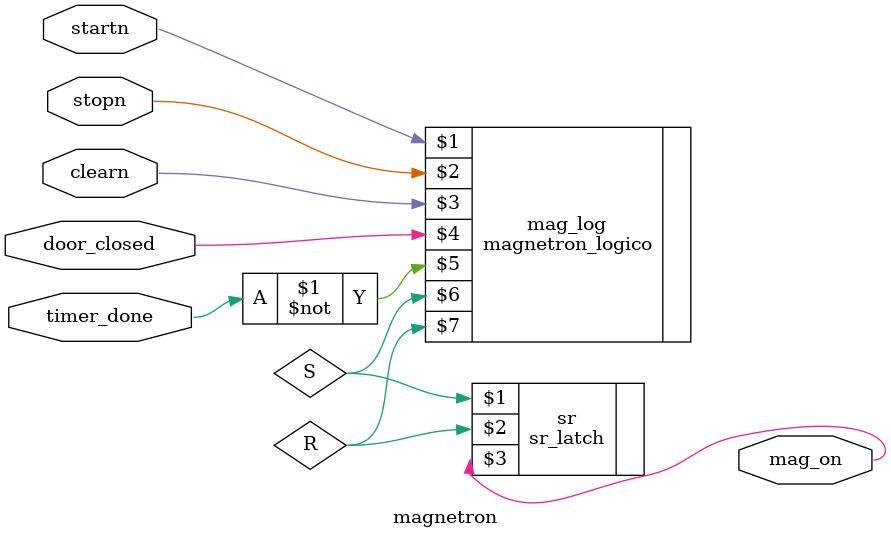
<source format=v>
`include "magnetron_level2/magnetron_level3/magnetron_logico.v"
`include "magnetron_level2/magnetron_level3/sr_latch.v"

module magnetron (
    input wire startn,
    input wire stopn,
    input wire clearn,
    input wire door_closed,
    input wire timer_done,
    output wire mag_on
);

    wire S, R;

    magnetron_logico mag_log(startn, stopn, clearn, door_closed, ~timer_done, S, R);
    sr_latch sr(S, R, mag_on);
    
endmodule
</source>
